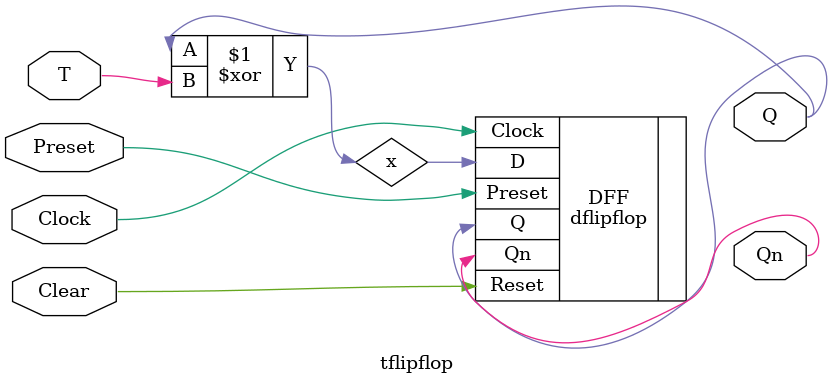
<source format=v>
module tflipflop(output Q, Qn,
		input wire Clock, Clear, Preset, T);

	wire x;

	xor (x, Q, T);
		

	dflipflop DFF (.Q(Q), .Qn(Qn), .Clock(Clock), .Reset(Clear), .Preset(Preset), .D(x));

	
endmodule

</source>
